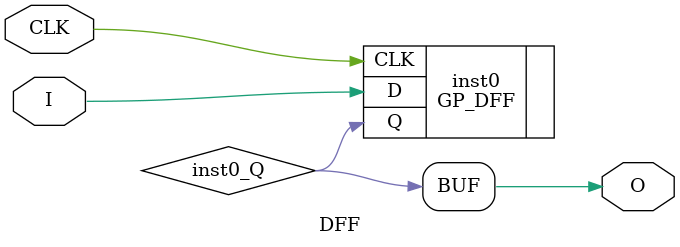
<source format=v>
module DFF (input  I, input  CLK, output  O);
wire  inst0_Q;
GP_DFF inst0 (.D(I), .CLK(CLK), .Q(inst0_Q));
assign O = inst0_Q;
endmodule


</source>
